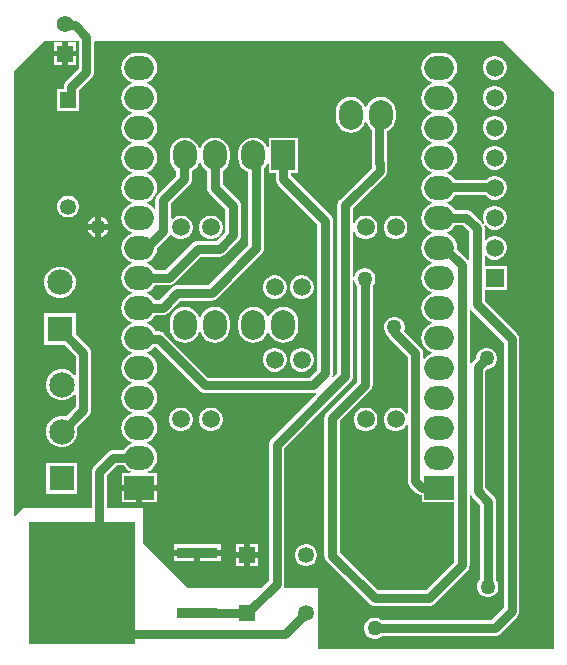
<source format=gbr>
G04*
G04 #@! TF.GenerationSoftware,Altium Limited,Altium Designer,25.4.2 (15)*
G04*
G04 Layer_Physical_Order=1*
G04 Layer_Color=255*
%FSLAX44Y44*%
%MOMM*%
G71*
G04*
G04 #@! TF.SameCoordinates,3DD580B5-EB9C-4BB7-A259-C10CE48ABDDF*
G04*
G04*
G04 #@! TF.FilePolarity,Positive*
G04*
G01*
G75*
%ADD14R,9.0000X10.3500*%
%ADD15R,3.5000X0.9500*%
%ADD32C,0.8000*%
%ADD33R,2.0000X2.5000*%
%ADD34O,2.0000X2.5000*%
%ADD35C,1.3500*%
%ADD36R,1.3500X1.3500*%
%ADD37R,2.5000X2.0000*%
%ADD38O,2.5000X2.0000*%
%ADD39C,1.5000*%
%ADD40R,1.5000X1.5000*%
%ADD41C,2.1500*%
%ADD42R,2.1500X2.1500*%
%ADD43C,1.4000*%
%ADD44R,1.4000X1.4000*%
%ADD45R,1.3500X1.3500*%
%ADD46C,1.2700*%
G36*
X55154Y515193D02*
Y491482D01*
X44336Y480665D01*
X43288Y479298D01*
X42628Y477707D01*
X42404Y476000D01*
Y474040D01*
X36960D01*
Y455460D01*
X55540D01*
Y466360D01*
X55597Y466789D01*
Y473268D01*
X66414Y484086D01*
X67463Y485452D01*
X68122Y487043D01*
X68346Y488750D01*
Y514269D01*
X69245Y515166D01*
X414750Y514500D01*
X457500Y471750D01*
Y0D01*
X258000D01*
Y51500D01*
X229420D01*
X228743Y52770D01*
X229198Y53869D01*
X229422Y55576D01*
Y170344D01*
X285414Y226336D01*
X286463Y227702D01*
X287122Y229293D01*
X287346Y231000D01*
Y312314D01*
X288610Y312330D01*
X289216Y310069D01*
X290386Y308041D01*
X290904Y307524D01*
Y226482D01*
X265086Y200664D01*
X264037Y199298D01*
X263378Y197707D01*
X263154Y196000D01*
Y79150D01*
X263378Y77443D01*
X264037Y75852D01*
X265086Y74486D01*
X301085Y38486D01*
X302452Y37438D01*
X304043Y36779D01*
X305750Y36554D01*
X351738D01*
X353445Y36779D01*
X355036Y37438D01*
X356403Y38486D01*
X384208Y66292D01*
X385257Y67658D01*
X385916Y69249D01*
X386140Y70956D01*
Y129889D01*
X386870Y130210D01*
X387410Y130243D01*
X388342Y129030D01*
X395354Y122018D01*
Y59426D01*
X394386Y58459D01*
X393216Y56431D01*
X392610Y54170D01*
Y51830D01*
X393216Y49569D01*
X394386Y47541D01*
X396041Y45886D01*
X398069Y44716D01*
X400330Y44110D01*
X402670D01*
X404931Y44716D01*
X406959Y45886D01*
X408614Y47541D01*
X409784Y49569D01*
X410390Y51830D01*
Y54170D01*
X409784Y56431D01*
X408614Y58459D01*
X408547Y58526D01*
Y124750D01*
X408322Y126457D01*
X407663Y128048D01*
X406614Y129414D01*
X399602Y136426D01*
Y235728D01*
X401065Y237190D01*
X401796D01*
X404057Y237796D01*
X406085Y238966D01*
X407740Y240621D01*
X408910Y242649D01*
X409516Y244910D01*
Y247250D01*
X408910Y249511D01*
X407740Y251539D01*
X406085Y253194D01*
X404057Y254364D01*
X401796Y254970D01*
X399456D01*
X397195Y254364D01*
X395167Y253194D01*
X393512Y251539D01*
X392342Y249511D01*
X391736Y247250D01*
Y246519D01*
X388342Y243124D01*
X387410Y241911D01*
X386870Y241944D01*
X386140Y242265D01*
Y286925D01*
X387410Y287356D01*
X387580Y287136D01*
X415112Y259604D01*
Y34841D01*
X404618Y24347D01*
X311726D01*
X311208Y24864D01*
X309181Y26034D01*
X306920Y26640D01*
X304580D01*
X302318Y26034D01*
X300291Y24864D01*
X298636Y23209D01*
X297466Y21182D01*
X296860Y18921D01*
Y16580D01*
X297466Y14319D01*
X298636Y12292D01*
X300291Y10637D01*
X302318Y9466D01*
X304580Y8860D01*
X306920D01*
X309181Y9466D01*
X311208Y10637D01*
X311726Y11154D01*
X407350D01*
X409057Y11379D01*
X410648Y12038D01*
X412014Y13086D01*
X426372Y27444D01*
X427421Y28810D01*
X428080Y30401D01*
X428304Y32108D01*
Y262336D01*
X428080Y264043D01*
X427421Y265634D01*
X426372Y267000D01*
X398840Y294532D01*
Y304460D01*
X417540D01*
Y324540D01*
X398840D01*
Y332565D01*
X400110Y333091D01*
X401335Y331866D01*
X403625Y330544D01*
X406178Y329860D01*
X408822D01*
X411375Y330544D01*
X413665Y331866D01*
X415534Y333735D01*
X416856Y336025D01*
X417540Y338578D01*
Y341222D01*
X416856Y343775D01*
X415534Y346065D01*
X413665Y347934D01*
X411375Y349256D01*
X408822Y349940D01*
X406178D01*
X403625Y349256D01*
X401335Y347934D01*
X400110Y346709D01*
X398840Y347235D01*
Y356156D01*
X398616Y357863D01*
X398315Y358588D01*
X399457Y359151D01*
X399466Y359135D01*
X401335Y357266D01*
X403625Y355944D01*
X406178Y355260D01*
X408822D01*
X411375Y355944D01*
X413665Y357266D01*
X415534Y359135D01*
X416856Y361425D01*
X417540Y363978D01*
Y366622D01*
X416856Y369175D01*
X415534Y371465D01*
X413665Y373334D01*
X411375Y374656D01*
X408822Y375340D01*
X406178D01*
X403625Y374656D01*
X401335Y373334D01*
X399466Y371465D01*
X398144Y369175D01*
X397460Y366622D01*
Y363978D01*
X398144Y361425D01*
X398444Y360905D01*
X397386Y360198D01*
X396908Y360820D01*
X387764Y369964D01*
X386398Y371013D01*
X384807Y371672D01*
X383100Y371896D01*
X373745D01*
X371944Y374244D01*
X369324Y376254D01*
X366768Y377313D01*
Y378687D01*
X369324Y379746D01*
X371944Y381756D01*
X373879Y384279D01*
X399723D01*
X401335Y382666D01*
X403625Y381344D01*
X406178Y380660D01*
X408822D01*
X411375Y381344D01*
X413665Y382666D01*
X415534Y384535D01*
X416856Y386825D01*
X417540Y389378D01*
Y392022D01*
X416856Y394575D01*
X415534Y396865D01*
X413665Y398734D01*
X411375Y400056D01*
X408822Y400740D01*
X406178D01*
X403625Y400056D01*
X401335Y398734D01*
X400073Y397471D01*
X373610D01*
X371944Y399644D01*
X369324Y401654D01*
X366768Y402713D01*
Y404087D01*
X369324Y405146D01*
X371944Y407156D01*
X373954Y409776D01*
X375217Y412826D01*
X375648Y416100D01*
X375217Y419374D01*
X373954Y422424D01*
X371944Y425044D01*
X369324Y427054D01*
X366768Y428113D01*
Y429487D01*
X369324Y430546D01*
X371944Y432556D01*
X373954Y435176D01*
X375217Y438226D01*
X375648Y441500D01*
X375217Y444774D01*
X373954Y447824D01*
X371944Y450444D01*
X369324Y452454D01*
X366768Y453513D01*
Y454887D01*
X369324Y455946D01*
X371944Y457956D01*
X373954Y460576D01*
X375217Y463626D01*
X375648Y466900D01*
X375217Y470174D01*
X373954Y473224D01*
X371944Y475844D01*
X369324Y477854D01*
X366768Y478913D01*
Y480287D01*
X369324Y481346D01*
X371944Y483356D01*
X373954Y485976D01*
X375217Y489026D01*
X375648Y492300D01*
X375217Y495574D01*
X373954Y498624D01*
X371944Y501244D01*
X369324Y503254D01*
X366274Y504517D01*
X363000Y504948D01*
X358000D01*
X354726Y504517D01*
X351676Y503254D01*
X349057Y501244D01*
X347046Y498624D01*
X345783Y495574D01*
X345352Y492300D01*
X345783Y489026D01*
X347046Y485976D01*
X349057Y483356D01*
X351676Y481346D01*
X354233Y480287D01*
Y478913D01*
X351676Y477854D01*
X349057Y475844D01*
X347046Y473224D01*
X345783Y470174D01*
X345352Y466900D01*
X345783Y463626D01*
X347046Y460576D01*
X349057Y457956D01*
X351676Y455946D01*
X354233Y454887D01*
Y453513D01*
X351676Y452454D01*
X349057Y450444D01*
X347046Y447824D01*
X345783Y444774D01*
X345352Y441500D01*
X345783Y438226D01*
X347046Y435176D01*
X349057Y432556D01*
X351676Y430546D01*
X354233Y429487D01*
Y428113D01*
X351676Y427054D01*
X349057Y425044D01*
X347046Y422424D01*
X345783Y419374D01*
X345352Y416100D01*
X345783Y412826D01*
X347046Y409776D01*
X349057Y407156D01*
X351676Y405146D01*
X354233Y404087D01*
Y402713D01*
X351676Y401654D01*
X349057Y399644D01*
X347046Y397024D01*
X345783Y393974D01*
X345352Y390700D01*
X345783Y387426D01*
X347046Y384376D01*
X349057Y381756D01*
X351676Y379746D01*
X354233Y378687D01*
Y377313D01*
X351676Y376254D01*
X349057Y374244D01*
X347046Y371624D01*
X345783Y368574D01*
X345352Y365300D01*
X345783Y362026D01*
X347046Y358976D01*
X349057Y356356D01*
X351676Y354346D01*
X354233Y353287D01*
Y351913D01*
X351676Y350854D01*
X349057Y348844D01*
X347046Y346224D01*
X345783Y343174D01*
X345352Y339900D01*
X345783Y336626D01*
X347046Y333576D01*
X349057Y330956D01*
X351676Y328946D01*
X354233Y327887D01*
Y326513D01*
X351676Y325454D01*
X349057Y323444D01*
X347046Y320824D01*
X345783Y317774D01*
X345352Y314500D01*
X345783Y311226D01*
X347046Y308176D01*
X349057Y305556D01*
X351676Y303546D01*
X354233Y302487D01*
Y301113D01*
X351676Y300054D01*
X349057Y298044D01*
X347046Y295424D01*
X345783Y292374D01*
X345352Y289100D01*
X345783Y285826D01*
X347046Y282776D01*
X349057Y280156D01*
X351676Y278146D01*
X354233Y277087D01*
Y275713D01*
X351676Y274654D01*
X349057Y272644D01*
X347046Y270024D01*
X345783Y266974D01*
X345352Y263700D01*
X345783Y260426D01*
X347046Y257376D01*
X349057Y254756D01*
X351676Y252746D01*
X354233Y251687D01*
Y250313D01*
X351676Y249254D01*
X349057Y247244D01*
X348116Y246019D01*
X346846Y246450D01*
Y250444D01*
X346622Y252151D01*
X345963Y253742D01*
X344914Y255108D01*
X330820Y269203D01*
X331390Y271330D01*
Y273670D01*
X330784Y275931D01*
X329614Y277959D01*
X327959Y279614D01*
X325931Y280784D01*
X323670Y281390D01*
X321330D01*
X319069Y280784D01*
X317041Y279614D01*
X315386Y277959D01*
X314216Y275931D01*
X313610Y273670D01*
Y271330D01*
X314216Y269069D01*
X315386Y267041D01*
X316261Y266167D01*
X316787Y264896D01*
X317836Y263530D01*
X333654Y247712D01*
Y199534D01*
X332384Y199193D01*
X331534Y200665D01*
X329665Y202534D01*
X327375Y203856D01*
X324822Y204540D01*
X322178D01*
X319625Y203856D01*
X317335Y202534D01*
X315466Y200665D01*
X314144Y198375D01*
X313460Y195822D01*
Y193178D01*
X314144Y190625D01*
X315466Y188335D01*
X317335Y186466D01*
X319625Y185144D01*
X322178Y184460D01*
X324822D01*
X327375Y185144D01*
X329665Y186466D01*
X331534Y188335D01*
X332384Y189807D01*
X333654Y189466D01*
Y142250D01*
X333878Y140543D01*
X334537Y138952D01*
X335586Y137586D01*
X341136Y132036D01*
X342502Y130987D01*
X344093Y130328D01*
X345460Y130148D01*
Y124160D01*
X372948D01*
Y73689D01*
X349006Y49747D01*
X308482D01*
X276346Y81882D01*
Y193268D01*
X302164Y219086D01*
X303213Y220452D01*
X303872Y222043D01*
X304096Y223750D01*
Y307524D01*
X304614Y308041D01*
X305784Y310069D01*
X306390Y312330D01*
Y314670D01*
X305784Y316931D01*
X304614Y318959D01*
X302959Y320614D01*
X300931Y321784D01*
X298670Y322390D01*
X296330D01*
X294069Y321784D01*
X292041Y320614D01*
X290386Y318959D01*
X289216Y316931D01*
X288610Y314670D01*
X287346Y314686D01*
Y353494D01*
X288616Y353661D01*
X288744Y353185D01*
X290066Y350895D01*
X291935Y349026D01*
X294225Y347704D01*
X296778Y347020D01*
X299422D01*
X301975Y347704D01*
X304265Y349026D01*
X306134Y350895D01*
X307456Y353185D01*
X308140Y355738D01*
Y358382D01*
X307456Y360935D01*
X306134Y363225D01*
X304265Y365094D01*
X301975Y366416D01*
X299422Y367100D01*
X296778D01*
X294225Y366416D01*
X291935Y365094D01*
X290066Y363225D01*
X288744Y360935D01*
X288616Y360458D01*
X287346Y360626D01*
Y373018D01*
X314536Y400207D01*
X315585Y401574D01*
X316243Y403164D01*
X316468Y404872D01*
Y411499D01*
X316446Y411665D01*
Y438645D01*
X317174Y438946D01*
X319794Y440956D01*
X321804Y443576D01*
X323067Y446626D01*
X323498Y449900D01*
Y454900D01*
X323067Y458174D01*
X321804Y461224D01*
X319794Y463844D01*
X317174Y465854D01*
X314124Y467117D01*
X310850Y467548D01*
X307576Y467117D01*
X304526Y465854D01*
X301906Y463844D01*
X299896Y461224D01*
X298837Y458667D01*
X297463D01*
X296404Y461224D01*
X294394Y463844D01*
X291774Y465854D01*
X288724Y467117D01*
X285450Y467548D01*
X282176Y467117D01*
X279126Y465854D01*
X276506Y463844D01*
X274496Y461224D01*
X273233Y458174D01*
X272802Y454900D01*
Y449900D01*
X273233Y446626D01*
X274496Y443576D01*
X276506Y440956D01*
X279126Y438946D01*
X282176Y437683D01*
X285450Y437252D01*
X288724Y437683D01*
X291774Y438946D01*
X294394Y440956D01*
X296404Y443576D01*
X297463Y446133D01*
X298837D01*
X299896Y443576D01*
X301906Y440956D01*
X303254Y439923D01*
Y411521D01*
X303275Y411355D01*
Y407604D01*
X276086Y380414D01*
X275037Y379048D01*
X274378Y377457D01*
X274154Y375750D01*
Y233732D01*
X270812Y230391D01*
X269735Y231110D01*
X270122Y232043D01*
X270346Y233750D01*
Y362500D01*
X270122Y364207D01*
X269463Y365798D01*
X268414Y367164D01*
X235096Y400482D01*
Y402960D01*
X241040D01*
Y433040D01*
X215960D01*
Y425541D01*
X214690Y425288D01*
X214054Y426824D01*
X212044Y429444D01*
X209424Y431454D01*
X206374Y432717D01*
X203100Y433148D01*
X199826Y432717D01*
X196776Y431454D01*
X194156Y429444D01*
X192146Y426824D01*
X190883Y423774D01*
X190452Y420500D01*
Y415500D01*
X190883Y412226D01*
X192146Y409176D01*
X194156Y406556D01*
X196776Y404546D01*
X198800Y403708D01*
Y342178D01*
X164924Y308302D01*
X138752D01*
X137045Y308078D01*
X135454Y307419D01*
X134088Y306370D01*
X123414Y295696D01*
X119745D01*
X117944Y298044D01*
X115324Y300054D01*
X112767Y301113D01*
Y302487D01*
X115324Y303546D01*
X117944Y305556D01*
X119745Y307903D01*
X131500D01*
X133207Y308128D01*
X134798Y308787D01*
X136164Y309836D01*
X158732Y332404D01*
X174500D01*
X176207Y332628D01*
X177798Y333287D01*
X179164Y334336D01*
X190664Y345836D01*
X191713Y347202D01*
X192372Y348793D01*
X192596Y350500D01*
Y375250D01*
X192372Y376957D01*
X191713Y378548D01*
X190664Y379914D01*
X177047Y393532D01*
Y404755D01*
X179394Y406556D01*
X181404Y409176D01*
X182667Y412226D01*
X183098Y415500D01*
Y420500D01*
X182667Y423774D01*
X181404Y426824D01*
X179394Y429444D01*
X176774Y431454D01*
X173724Y432717D01*
X170450Y433148D01*
X167177Y432717D01*
X164126Y431454D01*
X161507Y429444D01*
X159496Y426824D01*
X158438Y424267D01*
X157063D01*
X156004Y426824D01*
X153994Y429444D01*
X151374Y431454D01*
X148324Y432717D01*
X145050Y433148D01*
X141777Y432717D01*
X138726Y431454D01*
X136107Y429444D01*
X134096Y426824D01*
X132833Y423774D01*
X132402Y420500D01*
Y415500D01*
X132833Y412226D01*
X134096Y409176D01*
X136107Y406556D01*
X137982Y405117D01*
Y400811D01*
X122086Y384914D01*
X121037Y383548D01*
X120378Y381957D01*
X120154Y380250D01*
Y373450D01*
X118884Y373019D01*
X117944Y374244D01*
X115324Y376254D01*
X112767Y377313D01*
Y378687D01*
X115324Y379746D01*
X117944Y381756D01*
X119954Y384376D01*
X121217Y387426D01*
X121648Y390700D01*
X121217Y393974D01*
X119954Y397024D01*
X117944Y399644D01*
X115324Y401654D01*
X112767Y402713D01*
Y404087D01*
X115324Y405146D01*
X117944Y407156D01*
X119954Y409776D01*
X121217Y412826D01*
X121648Y416100D01*
X121217Y419374D01*
X119954Y422424D01*
X117944Y425044D01*
X115324Y427054D01*
X112767Y428113D01*
Y429487D01*
X115324Y430546D01*
X117944Y432556D01*
X119954Y435176D01*
X121217Y438226D01*
X121648Y441500D01*
X121217Y444774D01*
X119954Y447824D01*
X117944Y450444D01*
X115324Y452454D01*
X112767Y453513D01*
Y454887D01*
X115324Y455946D01*
X117944Y457956D01*
X119954Y460576D01*
X121217Y463626D01*
X121648Y466900D01*
X121217Y470174D01*
X119954Y473224D01*
X117944Y475844D01*
X115324Y477854D01*
X112767Y478913D01*
Y480287D01*
X115324Y481346D01*
X117944Y483356D01*
X119954Y485976D01*
X121217Y489026D01*
X121648Y492300D01*
X121217Y495574D01*
X119954Y498624D01*
X117944Y501244D01*
X115324Y503254D01*
X112274Y504517D01*
X109000Y504948D01*
X104000D01*
X100726Y504517D01*
X97676Y503254D01*
X95056Y501244D01*
X93046Y498624D01*
X91783Y495574D01*
X91352Y492300D01*
X91783Y489026D01*
X93046Y485976D01*
X95056Y483356D01*
X97676Y481346D01*
X100233Y480287D01*
Y478913D01*
X97676Y477854D01*
X95056Y475844D01*
X93046Y473224D01*
X91783Y470174D01*
X91352Y466900D01*
X91783Y463626D01*
X93046Y460576D01*
X95056Y457956D01*
X97676Y455946D01*
X100233Y454887D01*
Y453513D01*
X97676Y452454D01*
X95056Y450444D01*
X93046Y447824D01*
X91783Y444774D01*
X91352Y441500D01*
X91783Y438226D01*
X93046Y435176D01*
X95056Y432556D01*
X97676Y430546D01*
X100233Y429487D01*
Y428113D01*
X97676Y427054D01*
X95056Y425044D01*
X93046Y422424D01*
X91783Y419374D01*
X91352Y416100D01*
X91783Y412826D01*
X93046Y409776D01*
X95056Y407156D01*
X97676Y405146D01*
X100233Y404087D01*
Y402713D01*
X97676Y401654D01*
X95056Y399644D01*
X93046Y397024D01*
X91783Y393974D01*
X91352Y390700D01*
X91783Y387426D01*
X93046Y384376D01*
X95056Y381756D01*
X97676Y379746D01*
X100233Y378687D01*
Y377313D01*
X97676Y376254D01*
X95056Y374244D01*
X93046Y371624D01*
X91783Y368574D01*
X91352Y365300D01*
X91783Y362026D01*
X93046Y358976D01*
X95056Y356356D01*
X97676Y354346D01*
X100233Y353287D01*
Y351913D01*
X97676Y350854D01*
X95056Y348844D01*
X93046Y346224D01*
X91783Y343174D01*
X91352Y339900D01*
X91783Y336626D01*
X93046Y333576D01*
X95056Y330956D01*
X97676Y328946D01*
X100233Y327887D01*
Y326513D01*
X97676Y325454D01*
X95056Y323444D01*
X93046Y320824D01*
X91783Y317774D01*
X91352Y314500D01*
X91783Y311226D01*
X93046Y308176D01*
X95056Y305556D01*
X97676Y303546D01*
X100233Y302487D01*
Y301113D01*
X97676Y300054D01*
X95056Y298044D01*
X93046Y295424D01*
X91783Y292374D01*
X91352Y289100D01*
X91783Y285826D01*
X93046Y282776D01*
X95056Y280156D01*
X97676Y278146D01*
X100233Y277087D01*
Y275713D01*
X97676Y274654D01*
X95056Y272644D01*
X93046Y270024D01*
X91783Y266974D01*
X91352Y263700D01*
X91783Y260426D01*
X93046Y257376D01*
X95056Y254756D01*
X97676Y252746D01*
X100233Y251687D01*
Y250313D01*
X97676Y249254D01*
X95056Y247244D01*
X93046Y244624D01*
X91783Y241574D01*
X91352Y238300D01*
X91783Y235026D01*
X93046Y231976D01*
X95056Y229356D01*
X97676Y227346D01*
X100233Y226287D01*
Y224913D01*
X97676Y223854D01*
X95056Y221844D01*
X93046Y219224D01*
X91783Y216174D01*
X91352Y212900D01*
X91783Y209626D01*
X93046Y206576D01*
X95056Y203956D01*
X97676Y201946D01*
X100233Y200887D01*
Y199513D01*
X97676Y198454D01*
X95056Y196444D01*
X93046Y193824D01*
X91783Y190774D01*
X91352Y187500D01*
X91783Y184226D01*
X93046Y181176D01*
X95056Y178556D01*
X97676Y176546D01*
X100233Y175487D01*
Y174113D01*
X97676Y173054D01*
X95056Y171044D01*
X93255Y168696D01*
X84600D01*
X82893Y168472D01*
X81302Y167813D01*
X79936Y166764D01*
X68086Y154914D01*
X67037Y153548D01*
X66378Y151957D01*
X66154Y150250D01*
Y119500D01*
X8250D01*
X1427Y112677D01*
X253Y113162D01*
X0Y489500D01*
X25750Y515250D01*
X55154Y515193D01*
D02*
G37*
G36*
X159496Y409176D02*
X161507Y406556D01*
X163854Y404755D01*
Y390800D01*
X164079Y389092D01*
X164737Y387502D01*
X165786Y386135D01*
X179404Y372518D01*
Y353232D01*
X171768Y345596D01*
X156000D01*
X154293Y345372D01*
X152702Y344713D01*
X151336Y343664D01*
X128768Y321096D01*
X119745D01*
X117944Y323444D01*
X115324Y325454D01*
X112767Y326513D01*
Y327887D01*
X115324Y328946D01*
X117944Y330956D01*
X119954Y333576D01*
X121217Y336626D01*
X121648Y339900D01*
X121640Y339964D01*
X131414Y349738D01*
X132272Y350856D01*
X133651Y351007D01*
X133716Y350895D01*
X135585Y349026D01*
X137875Y347704D01*
X140428Y347020D01*
X143072D01*
X145625Y347704D01*
X147915Y349026D01*
X149784Y350895D01*
X151106Y353185D01*
X151790Y355738D01*
Y358382D01*
X151106Y360935D01*
X149784Y363225D01*
X147915Y365094D01*
X145625Y366416D01*
X143072Y367100D01*
X140428D01*
X137875Y366416D01*
X135585Y365094D01*
X134616Y364125D01*
X133346Y364651D01*
Y377518D01*
X149243Y393414D01*
X150291Y394780D01*
X150950Y396371D01*
X151175Y398078D01*
Y404464D01*
X151374Y404546D01*
X153994Y406556D01*
X156004Y409176D01*
X157063Y411733D01*
X158438D01*
X159496Y409176D01*
D02*
G37*
G36*
X385648Y353424D02*
Y330125D01*
X384378Y329694D01*
X384208Y329914D01*
X375482Y338640D01*
X375648Y339900D01*
X375217Y343174D01*
X373954Y346224D01*
X371944Y348844D01*
X369324Y350854D01*
X366768Y351913D01*
Y353287D01*
X369324Y354346D01*
X371944Y356356D01*
X373745Y358703D01*
X380368D01*
X385648Y353424D01*
D02*
G37*
G36*
X215960Y410460D02*
Y402960D01*
X221904D01*
Y397750D01*
X222128Y396043D01*
X222787Y394452D01*
X223836Y393086D01*
X257154Y359768D01*
Y236482D01*
X250518Y229846D01*
X164982D01*
X127621Y267208D01*
X126255Y268256D01*
X124664Y268915D01*
X122956Y269140D01*
X120320D01*
X119954Y270024D01*
X117944Y272644D01*
X115324Y274654D01*
X112767Y275713D01*
Y277087D01*
X115324Y278146D01*
X117944Y280156D01*
X119745Y282504D01*
X126146D01*
X127853Y282728D01*
X129444Y283387D01*
X130810Y284436D01*
X141484Y295110D01*
X167656D01*
X169363Y295334D01*
X170954Y295993D01*
X172321Y297042D01*
X210061Y334781D01*
X211109Y336148D01*
X211768Y337739D01*
X211992Y339446D01*
Y406517D01*
X212044Y406556D01*
X214054Y409176D01*
X214690Y410712D01*
X215960Y410460D01*
D02*
G37*
G36*
X157586Y218586D02*
X158952Y217537D01*
X160543Y216878D01*
X162250Y216654D01*
X253250D01*
X254957Y216878D01*
X255890Y217265D01*
X256609Y216188D01*
X218162Y177740D01*
X217113Y176374D01*
X216454Y174783D01*
X216230Y173076D01*
Y58308D01*
X209421Y51500D01*
X147250D01*
X109250Y89500D01*
Y119500D01*
X79346D01*
Y147518D01*
X87332Y155504D01*
X93255D01*
X95056Y153156D01*
X97676Y151146D01*
X99212Y150510D01*
X98960Y149240D01*
X91460D01*
Y139200D01*
X121540D01*
Y149240D01*
X114041D01*
X113788Y150510D01*
X115324Y151146D01*
X117944Y153156D01*
X119954Y155776D01*
X121217Y158826D01*
X121648Y162100D01*
X121217Y165374D01*
X119954Y168424D01*
X117944Y171044D01*
X115324Y173054D01*
X112767Y174113D01*
Y175487D01*
X115324Y176546D01*
X117944Y178556D01*
X119954Y181176D01*
X121217Y184226D01*
X121648Y187500D01*
X121217Y190774D01*
X119954Y193824D01*
X117944Y196444D01*
X115324Y198454D01*
X112767Y199513D01*
Y200887D01*
X115324Y201946D01*
X117944Y203956D01*
X119954Y206576D01*
X121217Y209626D01*
X121648Y212900D01*
X121217Y216174D01*
X119954Y219224D01*
X117944Y221844D01*
X115324Y223854D01*
X112767Y224913D01*
Y226287D01*
X115324Y227346D01*
X117944Y229356D01*
X119954Y231976D01*
X121217Y235026D01*
X121648Y238300D01*
X121217Y241574D01*
X119954Y244624D01*
X117944Y247244D01*
X115324Y249254D01*
X112767Y250313D01*
Y251687D01*
X115324Y252746D01*
X117944Y254756D01*
X118857Y255947D01*
X120224D01*
X157586Y218586D01*
D02*
G37*
%LPC*%
G36*
X53290Y513840D02*
X46250D01*
Y506800D01*
X53290D01*
Y513840D01*
D02*
G37*
G36*
X41250D02*
X34210D01*
Y506800D01*
X41250D01*
Y513840D01*
D02*
G37*
G36*
X53290Y501800D02*
X46250D01*
Y494760D01*
X53290D01*
Y501800D01*
D02*
G37*
G36*
X41250D02*
X34210D01*
Y494760D01*
X41250D01*
Y501800D01*
D02*
G37*
G36*
X408822Y502340D02*
X406178D01*
X403625Y501656D01*
X401335Y500334D01*
X399466Y498465D01*
X398144Y496175D01*
X397460Y493622D01*
Y490978D01*
X398144Y488425D01*
X399466Y486135D01*
X401335Y484266D01*
X403625Y482944D01*
X406178Y482260D01*
X408822D01*
X411375Y482944D01*
X413665Y484266D01*
X415534Y486135D01*
X416856Y488425D01*
X417540Y490978D01*
Y493622D01*
X416856Y496175D01*
X415534Y498465D01*
X413665Y500334D01*
X411375Y501656D01*
X408822Y502340D01*
D02*
G37*
G36*
Y476940D02*
X406178D01*
X403625Y476256D01*
X401335Y474934D01*
X399466Y473065D01*
X398144Y470775D01*
X397460Y468222D01*
Y465578D01*
X398144Y463025D01*
X399466Y460735D01*
X401335Y458866D01*
X403625Y457544D01*
X406178Y456860D01*
X408822D01*
X411375Y457544D01*
X413665Y458866D01*
X415534Y460735D01*
X416856Y463025D01*
X417540Y465578D01*
Y468222D01*
X416856Y470775D01*
X415534Y473065D01*
X413665Y474934D01*
X411375Y476256D01*
X408822Y476940D01*
D02*
G37*
G36*
Y451540D02*
X406178D01*
X403625Y450856D01*
X401335Y449534D01*
X399466Y447665D01*
X398144Y445375D01*
X397460Y442822D01*
Y440178D01*
X398144Y437625D01*
X399466Y435335D01*
X401335Y433466D01*
X403625Y432144D01*
X406178Y431460D01*
X408822D01*
X411375Y432144D01*
X413665Y433466D01*
X415534Y435335D01*
X416856Y437625D01*
X417540Y440178D01*
Y442822D01*
X416856Y445375D01*
X415534Y447665D01*
X413665Y449534D01*
X411375Y450856D01*
X408822Y451540D01*
D02*
G37*
G36*
Y426140D02*
X406178D01*
X403625Y425456D01*
X401335Y424134D01*
X399466Y422265D01*
X398144Y419975D01*
X397460Y417422D01*
Y414778D01*
X398144Y412225D01*
X399466Y409935D01*
X401335Y408066D01*
X403625Y406744D01*
X406178Y406060D01*
X408822D01*
X411375Y406744D01*
X413665Y408066D01*
X415534Y409935D01*
X416856Y412225D01*
X417540Y414778D01*
Y417422D01*
X416856Y419975D01*
X415534Y422265D01*
X413665Y424134D01*
X411375Y425456D01*
X408822Y426140D01*
D02*
G37*
G36*
X47473Y384040D02*
X45027D01*
X42664Y383407D01*
X40546Y382184D01*
X38816Y380454D01*
X37593Y378336D01*
X36960Y375973D01*
Y373527D01*
X37593Y371164D01*
X38816Y369046D01*
X40546Y367316D01*
X42664Y366093D01*
X45027Y365460D01*
X47473D01*
X49836Y366093D01*
X51954Y367316D01*
X53684Y369046D01*
X54907Y371164D01*
X55540Y373527D01*
Y375973D01*
X54907Y378336D01*
X53684Y380454D01*
X51954Y382184D01*
X49836Y383407D01*
X47473Y384040D01*
D02*
G37*
G36*
X74250Y366034D02*
Y360000D01*
X80284D01*
X80034Y360931D01*
X78864Y362959D01*
X77209Y364614D01*
X75181Y365784D01*
X74250Y366034D01*
D02*
G37*
G36*
X69250D02*
X68319Y365784D01*
X66291Y364614D01*
X64636Y362959D01*
X63466Y360931D01*
X63216Y360000D01*
X69250D01*
Y366034D01*
D02*
G37*
G36*
X80284Y355000D02*
X74250D01*
Y348966D01*
X75181Y349216D01*
X77209Y350386D01*
X78864Y352041D01*
X80034Y354069D01*
X80284Y355000D01*
D02*
G37*
G36*
X69250D02*
X63216D01*
X63466Y354069D01*
X64636Y352041D01*
X66291Y350386D01*
X68319Y349216D01*
X69250Y348966D01*
Y355000D01*
D02*
G37*
G36*
X324822Y367100D02*
X322178D01*
X319625Y366416D01*
X317335Y365094D01*
X315466Y363225D01*
X314144Y360935D01*
X313460Y358382D01*
Y355738D01*
X314144Y353185D01*
X315466Y350895D01*
X317335Y349026D01*
X319625Y347704D01*
X322178Y347020D01*
X324822D01*
X327375Y347704D01*
X329665Y349026D01*
X331534Y350895D01*
X332856Y353185D01*
X333540Y355738D01*
Y358382D01*
X332856Y360935D01*
X331534Y363225D01*
X329665Y365094D01*
X327375Y366416D01*
X324822Y367100D01*
D02*
G37*
G36*
X41000Y323790D02*
X37500D01*
X34120Y322884D01*
X31090Y321135D01*
X28615Y318660D01*
X26866Y315630D01*
X25960Y312250D01*
Y308750D01*
X26866Y305370D01*
X28615Y302340D01*
X31090Y299865D01*
X34120Y298116D01*
X37500Y297210D01*
X41000D01*
X44380Y298116D01*
X47410Y299865D01*
X49885Y302340D01*
X51634Y305370D01*
X52540Y308750D01*
Y312250D01*
X51634Y315630D01*
X49885Y318660D01*
X47410Y321135D01*
X44380Y322884D01*
X41000Y323790D01*
D02*
G37*
G36*
X52540Y284190D02*
X25960D01*
Y257610D01*
X43211D01*
X52654Y248168D01*
Y232266D01*
X51705Y232012D01*
X51384Y232011D01*
X48910Y234485D01*
X45880Y236234D01*
X42500Y237140D01*
X39000D01*
X35620Y236234D01*
X32590Y234485D01*
X30115Y232010D01*
X28366Y228980D01*
X27460Y225600D01*
Y222100D01*
X28366Y218720D01*
X30115Y215690D01*
X32590Y213215D01*
X35620Y211466D01*
X39000Y210560D01*
X42500D01*
X45880Y211466D01*
X48910Y213215D01*
X51384Y215688D01*
X51705Y215688D01*
X52654Y215434D01*
Y205482D01*
X44244Y197072D01*
X42500Y197540D01*
X39000D01*
X35620Y196634D01*
X32590Y194884D01*
X30115Y192410D01*
X28366Y189380D01*
X27460Y186000D01*
Y182500D01*
X28366Y179120D01*
X30115Y176089D01*
X32590Y173615D01*
X35620Y171866D01*
X39000Y170960D01*
X42500D01*
X45880Y171866D01*
X48910Y173615D01*
X51385Y176089D01*
X53134Y179120D01*
X54040Y182500D01*
Y186000D01*
X53573Y187744D01*
X63914Y198085D01*
X64963Y199451D01*
X65622Y201042D01*
X65846Y202750D01*
Y250900D01*
X65622Y252607D01*
X64963Y254198D01*
X63914Y255564D01*
X52540Y266939D01*
Y284190D01*
D02*
G37*
G36*
X299422Y204540D02*
X296778D01*
X294225Y203856D01*
X291935Y202534D01*
X290066Y200665D01*
X288744Y198375D01*
X288060Y195822D01*
Y193178D01*
X288744Y190625D01*
X290066Y188335D01*
X291935Y186466D01*
X294225Y185144D01*
X296778Y184460D01*
X299422D01*
X301975Y185144D01*
X304265Y186466D01*
X306134Y188335D01*
X307456Y190625D01*
X308140Y193178D01*
Y195822D01*
X307456Y198375D01*
X306134Y200665D01*
X304265Y202534D01*
X301975Y203856D01*
X299422Y204540D01*
D02*
G37*
G36*
X54040Y157940D02*
X27460D01*
Y131360D01*
X54040D01*
Y157940D01*
D02*
G37*
G36*
X248973Y89040D02*
X246527D01*
X244164Y88407D01*
X242046Y87184D01*
X240316Y85454D01*
X239093Y83336D01*
X238460Y80973D01*
Y78527D01*
X239093Y76164D01*
X240316Y74046D01*
X242046Y72316D01*
X244164Y71093D01*
X246527Y70460D01*
X248973D01*
X251336Y71093D01*
X253454Y72316D01*
X255184Y74046D01*
X256407Y76164D01*
X257040Y78527D01*
Y80973D01*
X256407Y83336D01*
X255184Y85454D01*
X253454Y87184D01*
X251336Y88407D01*
X248973Y89040D01*
D02*
G37*
G36*
X168472Y367100D02*
X165828D01*
X163275Y366416D01*
X160985Y365094D01*
X159116Y363225D01*
X157794Y360935D01*
X157110Y358382D01*
Y355738D01*
X157794Y353185D01*
X159116Y350895D01*
X160985Y349026D01*
X163275Y347704D01*
X165828Y347020D01*
X168472D01*
X171025Y347704D01*
X173315Y349026D01*
X175184Y350895D01*
X176506Y353185D01*
X177190Y355738D01*
Y358382D01*
X176506Y360935D01*
X175184Y363225D01*
X173315Y365094D01*
X171025Y366416D01*
X168472Y367100D01*
D02*
G37*
G36*
X245322Y316590D02*
X242678D01*
X240125Y315906D01*
X237835Y314584D01*
X235966Y312715D01*
X234644Y310425D01*
X233960Y307872D01*
Y305228D01*
X234644Y302675D01*
X235966Y300385D01*
X237835Y298516D01*
X240125Y297194D01*
X242678Y296510D01*
X245322D01*
X247875Y297194D01*
X250165Y298516D01*
X252034Y300385D01*
X253356Y302675D01*
X254040Y305228D01*
Y307872D01*
X253356Y310425D01*
X252034Y312715D01*
X250165Y314584D01*
X247875Y315906D01*
X245322Y316590D01*
D02*
G37*
G36*
X222572D02*
X219928D01*
X217375Y315906D01*
X215085Y314584D01*
X213216Y312715D01*
X211894Y310425D01*
X211210Y307872D01*
Y305228D01*
X211894Y302675D01*
X213216Y300385D01*
X215085Y298516D01*
X217375Y297194D01*
X219928Y296510D01*
X222572D01*
X225125Y297194D01*
X227415Y298516D01*
X229284Y300385D01*
X230606Y302675D01*
X231290Y305228D01*
Y307872D01*
X230606Y310425D01*
X229284Y312715D01*
X227415Y314584D01*
X225125Y315906D01*
X222572Y316590D01*
D02*
G37*
G36*
X228500Y289748D02*
X225226Y289317D01*
X222176Y288054D01*
X219556Y286044D01*
X217546Y283424D01*
X216487Y280868D01*
X215113D01*
X214054Y283424D01*
X212044Y286044D01*
X209424Y288054D01*
X206374Y289317D01*
X203100Y289748D01*
X199826Y289317D01*
X196776Y288054D01*
X194156Y286044D01*
X192146Y283424D01*
X190883Y280374D01*
X190452Y277100D01*
Y272100D01*
X190883Y268827D01*
X192146Y265776D01*
X194156Y263157D01*
X196776Y261147D01*
X199826Y259883D01*
X203100Y259452D01*
X206374Y259883D01*
X209424Y261147D01*
X212044Y263157D01*
X214054Y265776D01*
X215113Y268333D01*
X216487D01*
X217546Y265776D01*
X219556Y263157D01*
X222176Y261147D01*
X225226Y259883D01*
X228500Y259452D01*
X231774Y259883D01*
X234824Y261147D01*
X237444Y263157D01*
X239454Y265776D01*
X240717Y268827D01*
X241148Y272100D01*
Y277100D01*
X240717Y280374D01*
X239454Y283424D01*
X237444Y286044D01*
X234824Y288054D01*
X231774Y289317D01*
X228500Y289748D01*
D02*
G37*
G36*
X170450D02*
X167177Y289317D01*
X164126Y288054D01*
X161507Y286044D01*
X159496Y283424D01*
X158438Y280868D01*
X157063D01*
X156004Y283424D01*
X153994Y286044D01*
X151374Y288054D01*
X148324Y289317D01*
X145050Y289748D01*
X141777Y289317D01*
X138726Y288054D01*
X136107Y286044D01*
X134096Y283424D01*
X132833Y280374D01*
X132402Y277100D01*
Y272100D01*
X132833Y268827D01*
X134096Y265776D01*
X136107Y263157D01*
X138726Y261147D01*
X141777Y259883D01*
X145050Y259452D01*
X148324Y259883D01*
X151374Y261147D01*
X153994Y263157D01*
X156004Y265776D01*
X157063Y268333D01*
X158438D01*
X159496Y265776D01*
X161507Y263157D01*
X164126Y261147D01*
X167177Y259883D01*
X170450Y259452D01*
X173724Y259883D01*
X176774Y261147D01*
X179394Y263157D01*
X181404Y265776D01*
X182667Y268827D01*
X183098Y272100D01*
Y277100D01*
X182667Y280374D01*
X181404Y283424D01*
X179394Y286044D01*
X176774Y288054D01*
X173724Y289317D01*
X170450Y289748D01*
D02*
G37*
G36*
X245322Y255040D02*
X242678D01*
X240125Y254356D01*
X237835Y253034D01*
X235966Y251165D01*
X234644Y248875D01*
X233960Y246322D01*
Y243678D01*
X234644Y241125D01*
X235966Y238835D01*
X237835Y236966D01*
X240125Y235644D01*
X242678Y234960D01*
X245322D01*
X247875Y235644D01*
X250165Y236966D01*
X252034Y238835D01*
X253356Y241125D01*
X254040Y243678D01*
Y246322D01*
X253356Y248875D01*
X252034Y251165D01*
X250165Y253034D01*
X247875Y254356D01*
X245322Y255040D01*
D02*
G37*
G36*
X222572D02*
X219928D01*
X217375Y254356D01*
X215085Y253034D01*
X213216Y251165D01*
X211894Y248875D01*
X211210Y246322D01*
Y243678D01*
X211894Y241125D01*
X213216Y238835D01*
X215085Y236966D01*
X217375Y235644D01*
X219928Y234960D01*
X222572D01*
X225125Y235644D01*
X227415Y236966D01*
X229284Y238835D01*
X230606Y241125D01*
X231290Y243678D01*
Y246322D01*
X230606Y248875D01*
X229284Y251165D01*
X227415Y253034D01*
X225125Y254356D01*
X222572Y255040D01*
D02*
G37*
G36*
X168472Y204540D02*
X165828D01*
X163275Y203856D01*
X160985Y202534D01*
X159116Y200665D01*
X157794Y198375D01*
X157110Y195822D01*
Y193178D01*
X157794Y190625D01*
X159116Y188335D01*
X160985Y186466D01*
X163275Y185144D01*
X165828Y184460D01*
X168472D01*
X171025Y185144D01*
X173315Y186466D01*
X175184Y188335D01*
X176506Y190625D01*
X177190Y193178D01*
Y195822D01*
X176506Y198375D01*
X175184Y200665D01*
X173315Y202534D01*
X171025Y203856D01*
X168472Y204540D01*
D02*
G37*
G36*
X143072D02*
X140428D01*
X137875Y203856D01*
X135585Y202534D01*
X133716Y200665D01*
X132394Y198375D01*
X131710Y195822D01*
Y193178D01*
X132394Y190625D01*
X133716Y188335D01*
X135585Y186466D01*
X137875Y185144D01*
X140428Y184460D01*
X143072D01*
X145625Y185144D01*
X147915Y186466D01*
X149784Y188335D01*
X151106Y190625D01*
X151790Y193178D01*
Y195822D01*
X151106Y198375D01*
X149784Y200665D01*
X147915Y202534D01*
X145625Y203856D01*
X143072Y204540D01*
D02*
G37*
G36*
X121540Y134200D02*
X109000D01*
Y124160D01*
X121540D01*
Y134200D01*
D02*
G37*
G36*
X104000D02*
X91460D01*
Y124160D01*
X104000D01*
Y134200D01*
D02*
G37*
G36*
X155226Y88995D02*
X154728Y88940D01*
X135460D01*
Y84150D01*
X155500D01*
X175540D01*
Y88940D01*
X155585D01*
X155226Y88995D01*
D02*
G37*
G36*
X207040Y89040D02*
X200250D01*
Y82250D01*
X207040D01*
Y89040D01*
D02*
G37*
G36*
X195250D02*
X188460D01*
Y82250D01*
X195250D01*
Y89040D01*
D02*
G37*
G36*
X175540Y79150D02*
X158000D01*
Y74360D01*
X175540D01*
Y79150D01*
D02*
G37*
G36*
X153000D02*
X135460D01*
Y74360D01*
X153000D01*
Y79150D01*
D02*
G37*
G36*
X207040Y77250D02*
X200250D01*
Y70460D01*
X207040D01*
Y77250D01*
D02*
G37*
G36*
X195250D02*
X188460D01*
Y70460D01*
X195250D01*
Y77250D01*
D02*
G37*
%LPD*%
D14*
X58000Y56250D02*
D03*
D15*
X155500Y81650D02*
D03*
Y30850D02*
D03*
D32*
X205396Y339446D02*
Y415704D01*
X167656Y301706D02*
X205396Y339446D01*
X263750Y233750D02*
Y362500D01*
X228500Y397750D02*
X263750Y362500D01*
X228500Y397750D02*
Y418000D01*
X203100D02*
X205396Y415704D01*
X170450Y390800D02*
Y418000D01*
X144579Y417528D02*
X145050Y418000D01*
X144579Y398078D02*
Y417528D01*
X126750Y354403D02*
Y380250D01*
X144579Y398078D01*
X228500Y424100D02*
X229000Y423600D01*
X203000Y424000D02*
X203100Y424100D01*
X142754Y421804D02*
X145050Y424100D01*
X345800Y136700D02*
X360500D01*
X340250Y142250D02*
X345800Y136700D01*
X322500Y268194D02*
X340250Y250444D01*
Y142250D02*
Y250444D01*
X360500Y339900D02*
X364894D01*
X379544Y325250D01*
X309850Y411521D02*
X309872Y411499D01*
X280750Y375750D02*
X309872Y404872D01*
X309850Y411521D02*
Y447400D01*
X309872Y404872D02*
Y411499D01*
X360500Y390700D02*
X360675Y390875D01*
X407325D01*
X407500Y391050D01*
X162250Y223250D02*
X253250D01*
X263750Y233750D01*
X222826Y55576D02*
Y173076D01*
X280750Y231000D02*
Y375750D01*
X222826Y173076D02*
X280750Y231000D01*
X112247Y339900D02*
X126750Y354403D01*
X106500Y339900D02*
X112247D01*
X170450Y390800D02*
X186000Y375250D01*
Y350500D02*
Y375250D01*
X174500Y339000D02*
X186000Y350500D01*
X156000Y339000D02*
X174500D01*
X131500Y314500D02*
X156000Y339000D01*
X106500Y314500D02*
X131500D01*
X269750Y79150D02*
Y196000D01*
X297500Y223750D01*
Y313500D01*
X84600Y162100D02*
X106500D01*
X72750Y71000D02*
Y150250D01*
X84600Y162100D01*
X58000Y56250D02*
X72750Y71000D01*
X106500Y263700D02*
X107656Y262544D01*
X122956D02*
X162250Y223250D01*
X107656Y262544D02*
X122956D01*
X58000Y53750D02*
Y56250D01*
X43750Y529701D02*
X44898Y528553D01*
X51735D02*
X61750Y518538D01*
X49000Y466789D02*
Y476000D01*
X61750Y488750D02*
Y518538D01*
X46250Y464039D02*
X49000Y466789D01*
Y476000D02*
X61750Y488750D01*
X44898Y528553D02*
X51735D01*
X104000Y314500D02*
X106500D01*
Y339900D02*
X108380Y338020D01*
X269750Y79150D02*
X305750Y43150D01*
X322500Y268194D02*
Y272500D01*
X401500Y53000D02*
X401950Y53450D01*
Y124750D01*
X393006Y133694D02*
X401950Y124750D01*
X305750Y43150D02*
X351738D01*
X379544Y70956D01*
Y325250D01*
X305750Y17750D02*
X407350D01*
X197750Y30500D02*
X222826Y55576D01*
X230000Y12750D02*
X247750Y30500D01*
X99000Y12750D02*
X230000D01*
X155500Y30850D02*
X176344D01*
X176694Y30500D01*
X197750D01*
X155088Y82400D02*
X155500Y81650D01*
X58000Y53750D02*
X99000Y12750D01*
X39250Y270900D02*
X59250Y250900D01*
Y202750D02*
Y250900D01*
X40750Y184250D02*
X59250Y202750D01*
X138752Y301706D02*
X167656D01*
X126146Y289100D02*
X138752Y301706D01*
X106500Y289100D02*
X126146D01*
X393006Y238460D02*
X400626Y246080D01*
X393006Y133694D02*
Y238460D01*
X360500Y365300D02*
X383100D01*
X392244Y356156D01*
Y291800D02*
Y356156D01*
Y291800D02*
X421708Y262336D01*
Y32108D02*
Y262336D01*
X407350Y17750D02*
X421708Y32108D01*
D33*
X228500Y418000D02*
D03*
D34*
X203100D02*
D03*
X170450D02*
D03*
X145050D02*
D03*
X228500Y274600D02*
D03*
X203100D02*
D03*
X170450D02*
D03*
X145050D02*
D03*
X310850Y452400D02*
D03*
X285450D02*
D03*
D35*
X247750Y30500D02*
D03*
Y79750D02*
D03*
X46250Y374750D02*
D03*
D36*
X197750Y30500D02*
D03*
Y79750D02*
D03*
D37*
X106500Y136700D02*
D03*
X360500D02*
D03*
D38*
X106500Y162100D02*
D03*
Y187500D02*
D03*
Y238300D02*
D03*
Y263700D02*
D03*
Y289100D02*
D03*
Y314500D02*
D03*
Y339900D02*
D03*
Y365300D02*
D03*
Y390700D02*
D03*
Y416100D02*
D03*
Y441500D02*
D03*
Y466900D02*
D03*
Y492300D02*
D03*
Y212900D02*
D03*
X360500Y162100D02*
D03*
Y187500D02*
D03*
Y212900D02*
D03*
Y238300D02*
D03*
Y263700D02*
D03*
Y289100D02*
D03*
Y314500D02*
D03*
Y339900D02*
D03*
Y365300D02*
D03*
Y390700D02*
D03*
Y416100D02*
D03*
Y441500D02*
D03*
Y466900D02*
D03*
Y492300D02*
D03*
D39*
X221250Y306550D02*
D03*
Y245000D02*
D03*
X407500Y339900D02*
D03*
Y365300D02*
D03*
Y390700D02*
D03*
Y416100D02*
D03*
Y441500D02*
D03*
Y466900D02*
D03*
Y492300D02*
D03*
X141750Y357060D02*
D03*
X167150D02*
D03*
X244000Y245000D02*
D03*
Y306550D02*
D03*
X323500Y194500D02*
D03*
X298100D02*
D03*
Y357060D02*
D03*
X323500D02*
D03*
X167150Y194500D02*
D03*
X141750D02*
D03*
D40*
X407500Y314500D02*
D03*
D41*
X40750Y223850D02*
D03*
Y184250D02*
D03*
X39250Y310500D02*
D03*
D42*
X40750Y144650D02*
D03*
X39250Y270900D02*
D03*
D43*
X43750Y529701D02*
D03*
D44*
Y504300D02*
D03*
D45*
X46250Y464750D02*
D03*
D46*
X71750Y357500D02*
D03*
X322500Y272500D02*
D03*
X401500Y53000D02*
D03*
X297500Y313500D02*
D03*
X305750Y17750D02*
D03*
X400626Y246080D02*
D03*
M02*

</source>
